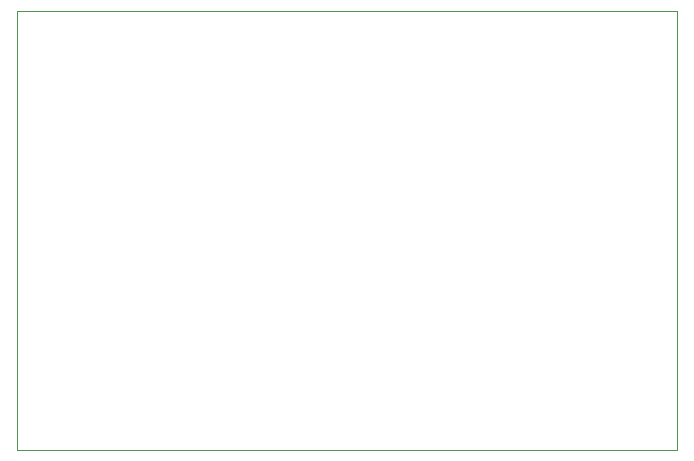
<source format=gbr>
%TF.GenerationSoftware,KiCad,Pcbnew,(6.0.2)*%
%TF.CreationDate,2022-12-27T17:28:47-08:00*%
%TF.ProjectId,qsd_revB,7173645f-7265-4764-922e-6b696361645f,rev?*%
%TF.SameCoordinates,Original*%
%TF.FileFunction,Profile,NP*%
%FSLAX46Y46*%
G04 Gerber Fmt 4.6, Leading zero omitted, Abs format (unit mm)*
G04 Created by KiCad (PCBNEW (6.0.2)) date 2022-12-27 17:28:47*
%MOMM*%
%LPD*%
G01*
G04 APERTURE LIST*
%TA.AperFunction,Profile*%
%ADD10C,0.050000*%
%TD*%
G04 APERTURE END LIST*
D10*
X113576100Y-125704600D02*
X169501100Y-125704600D01*
X169501100Y-125704600D02*
X169476100Y-88580600D01*
X169476100Y-88580600D02*
X113576100Y-88578600D01*
X113576100Y-88578600D02*
X113576100Y-125704600D01*
M02*

</source>
